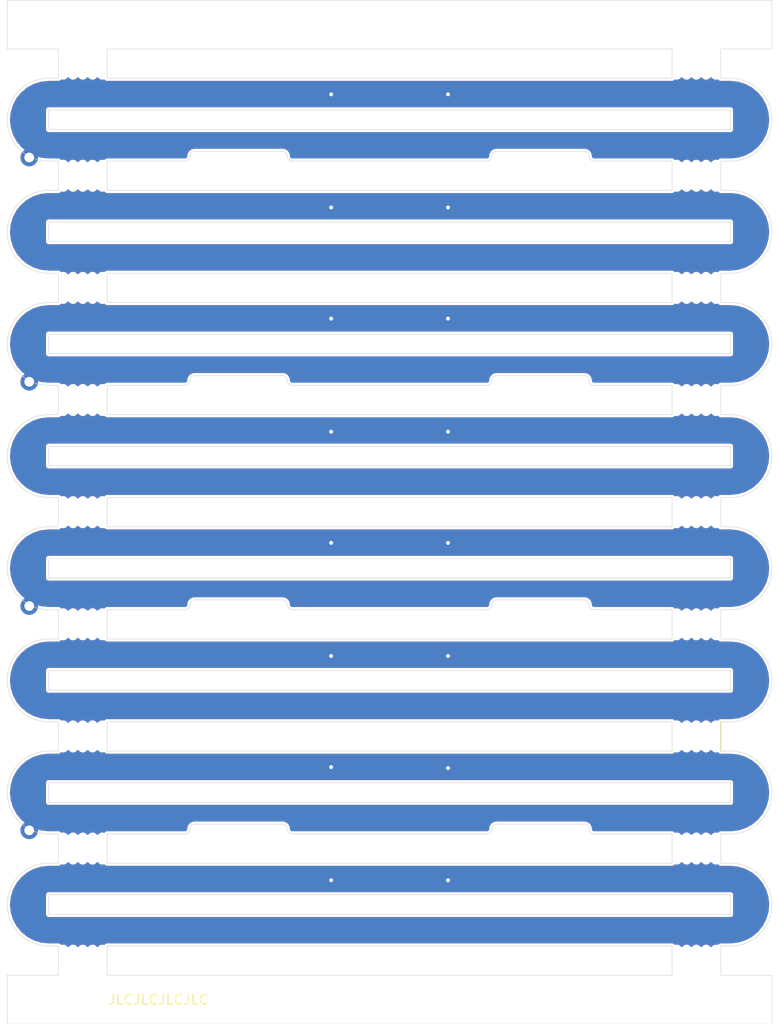
<source format=kicad_pcb>
(kicad_pcb (version 20171130) (host pcbnew "(5.1.10-1-10_14)")
  (layers (0 F.Cu signal) (31 B.Cu signal) (34 B.Paste user) (35 F.Paste user) (36 B.SilkS user) (37 F.SilkS user) (38 B.Mask user) (39 F.Mask user) (44 Edge.Cuts user))
  (net 0 "")
  (net 1 GND)
  (module cycfi_library:mounting_hole_st1.9 (layer F.Cu) (at 57.5 45.5)
    (fp_text reference REF** hide)
    (fp_text value mounting_hole_st1.9)
    (pad "" np_thru_hole circle (at 0 0) (size 2 2) (drill 2) (layers *.Cu *.Mask))
  )
  (module cycfi_library:mounting_hole_st1.9 (layer F.Cu) (at 122.5 45.5)
    (fp_text reference REF** hide)
    (fp_text value mounting_hole_st1.9)
    (pad "" np_thru_hole circle (at 0 0) (size 2 2) (drill 2) (layers *.Cu *.Mask))
  )
  (module cycfi_library:mounting_hole_st1.9 (layer F.Cu) (at 122.5 145.5)
    (fp_text reference REF** hide)
    (fp_text value mounting_hole_st1.9)
    (pad "" np_thru_hole circle (at 0 0) (size 2 2) (drill 2) (layers *.Cu *.Mask))
  )
  (module cycfi_library:mounting_hole_st1.9 (layer F.Cu) (at 57.5 145.5)
    (fp_text reference REF** hide)
    (fp_text value mounting_hole_st1.9)
    (pad "" np_thru_hole circle (at 0 0) (size 2 2) (drill 2) (layers *.Cu *.Mask))
  )
  (module cycfi_library:mouse-bite-3mm-slot-one-side (layer F.Cu) (at 121.5 141.5 180)
    (fp_text reference mouse-bite-3mm-slot hide)
    (fp_text value VAL** hide)
    (pad "" np_thru_hole circle (at 2 1.15 180) (size 0.5 0.5) (drill 0.5) (layers *.Cu *.Mask))
    (pad "" np_thru_hole circle (at -2 1.15 180) (size 0.5 0.5) (drill 0.5) (layers *.Cu *.Mask))
    (pad "" np_thru_hole circle (at 0 1.15 180) (size 0.5 0.5) (drill 0.5) (layers *.Cu *.Mask))
    (pad "" np_thru_hole circle (at -1 1.15 180) (size 0.5 0.5) (drill 0.5) (layers *.Cu *.Mask))
    (pad "" np_thru_hole circle (at 1 1.15 180) (size 0.5 0.5) (drill 0.5) (layers *.Cu *.Mask))
  )
  (module cycfi_library:mouse-bite-3mm-slot-one-side (layer F.Cu) (at 58.5 141.5 180)
    (fp_text reference mouse-bite-3mm-slot hide)
    (fp_text value VAL** hide)
    (pad "" np_thru_hole circle (at 2 1.15 180) (size 0.5 0.5) (drill 0.5) (layers *.Cu *.Mask))
    (pad "" np_thru_hole circle (at -2 1.15 180) (size 0.5 0.5) (drill 0.5) (layers *.Cu *.Mask))
    (pad "" np_thru_hole circle (at 0 1.15 180) (size 0.5 0.5) (drill 0.5) (layers *.Cu *.Mask))
    (pad "" np_thru_hole circle (at -1 1.15 180) (size 0.5 0.5) (drill 0.5) (layers *.Cu *.Mask))
    (pad "" np_thru_hole circle (at 1 1.15 180) (size 0.5 0.5) (drill 0.5) (layers *.Cu *.Mask))
  )
  (module cycfi_library:mouse-bite-3mm-slot-one-side (layer F.Cu) (at 121.5 49.5)
    (fp_text reference mouse-bite-3mm-slot hide)
    (fp_text value VAL** hide)
    (pad "" np_thru_hole circle (at 2 1.15) (size 0.5 0.5) (drill 0.5) (layers *.Cu *.Mask))
    (pad "" np_thru_hole circle (at -2 1.15) (size 0.5 0.5) (drill 0.5) (layers *.Cu *.Mask))
    (pad "" np_thru_hole circle (at 0 1.15) (size 0.5 0.5) (drill 0.5) (layers *.Cu *.Mask))
    (pad "" np_thru_hole circle (at -1 1.15) (size 0.5 0.5) (drill 0.5) (layers *.Cu *.Mask))
    (pad "" np_thru_hole circle (at 1 1.15) (size 0.5 0.5) (drill 0.5) (layers *.Cu *.Mask))
  )
  (module cycfi_library:mouse-bite-3mm-slot-one-side (layer F.Cu) (at 58.5 49.5)
    (fp_text reference mouse-bite-3mm-slot hide)
    (fp_text value VAL** hide)
    (pad "" np_thru_hole circle (at 2 1.15) (size 0.5 0.5) (drill 0.5) (layers *.Cu *.Mask))
    (pad "" np_thru_hole circle (at -2 1.15) (size 0.5 0.5) (drill 0.5) (layers *.Cu *.Mask))
    (pad "" np_thru_hole circle (at 0 1.15) (size 0.5 0.5) (drill 0.5) (layers *.Cu *.Mask))
    (pad "" np_thru_hole circle (at -1 1.15) (size 0.5 0.5) (drill 0.5) (layers *.Cu *.Mask))
    (pad "" np_thru_hole circle (at 1 1.15) (size 0.5 0.5) (drill 0.5) (layers *.Cu *.Mask))
  )
  (module cycfi_library:mouse-bite-3mm-slot (layer F.Cu) (at 121.5 130)
    (fp_text reference mouse-bite-3mm-slot hide)
    (fp_text value VAL** hide)
    (pad "" np_thru_hole circle (at -2 1.15) (size 0.5 0.5) (drill 0.5) (layers *.Cu *.Mask))
    (pad "" np_thru_hole circle (at -2 -1.15) (size 0.5 0.5) (drill 0.5) (layers *.Cu *.Mask))
    (pad "" np_thru_hole circle (at 2 1.15) (size 0.5 0.5) (drill 0.5) (layers *.Cu *.Mask))
    (pad "" np_thru_hole circle (at 2 -1.15) (size 0.5 0.5) (drill 0.5) (layers *.Cu *.Mask))
    (pad "" np_thru_hole circle (at 0 -1.15) (size 0.5 0.5) (drill 0.5) (layers *.Cu *.Mask))
    (pad "" np_thru_hole circle (at 0 1.15) (size 0.5 0.5) (drill 0.5) (layers *.Cu *.Mask))
    (pad "" np_thru_hole circle (at 1 -1.15) (size 0.5 0.5) (drill 0.5) (layers *.Cu *.Mask))
    (pad "" np_thru_hole circle (at -1 -1.15) (size 0.5 0.5) (drill 0.5) (layers *.Cu *.Mask))
    (pad "" np_thru_hole circle (at -1 1.15) (size 0.5 0.5) (drill 0.5) (layers *.Cu *.Mask))
    (pad "" np_thru_hole circle (at 1 1.15) (size 0.5 0.5) (drill 0.5) (layers *.Cu *.Mask))
  )
  (module cycfi_library:mouse-bite-3mm-slot (layer F.Cu) (at 121.5 107)
    (fp_text reference mouse-bite-3mm-slot hide)
    (fp_text value VAL** hide)
    (pad "" np_thru_hole circle (at -2 1.15) (size 0.5 0.5) (drill 0.5) (layers *.Cu *.Mask))
    (pad "" np_thru_hole circle (at -2 -1.15) (size 0.5 0.5) (drill 0.5) (layers *.Cu *.Mask))
    (pad "" np_thru_hole circle (at 2 1.15) (size 0.5 0.5) (drill 0.5) (layers *.Cu *.Mask))
    (pad "" np_thru_hole circle (at 2 -1.15) (size 0.5 0.5) (drill 0.5) (layers *.Cu *.Mask))
    (pad "" np_thru_hole circle (at 0 -1.15) (size 0.5 0.5) (drill 0.5) (layers *.Cu *.Mask))
    (pad "" np_thru_hole circle (at 0 1.15) (size 0.5 0.5) (drill 0.5) (layers *.Cu *.Mask))
    (pad "" np_thru_hole circle (at 1 -1.15) (size 0.5 0.5) (drill 0.5) (layers *.Cu *.Mask))
    (pad "" np_thru_hole circle (at -1 -1.15) (size 0.5 0.5) (drill 0.5) (layers *.Cu *.Mask))
    (pad "" np_thru_hole circle (at -1 1.15) (size 0.5 0.5) (drill 0.5) (layers *.Cu *.Mask))
    (pad "" np_thru_hole circle (at 1 1.15) (size 0.5 0.5) (drill 0.5) (layers *.Cu *.Mask))
  )
  (module cycfi_library:mouse-bite-3mm-slot (layer F.Cu) (at 121.5 84)
    (fp_text reference mouse-bite-3mm-slot hide)
    (fp_text value VAL** hide)
    (pad "" np_thru_hole circle (at -2 1.15) (size 0.5 0.5) (drill 0.5) (layers *.Cu *.Mask))
    (pad "" np_thru_hole circle (at -2 -1.15) (size 0.5 0.5) (drill 0.5) (layers *.Cu *.Mask))
    (pad "" np_thru_hole circle (at 2 1.15) (size 0.5 0.5) (drill 0.5) (layers *.Cu *.Mask))
    (pad "" np_thru_hole circle (at 2 -1.15) (size 0.5 0.5) (drill 0.5) (layers *.Cu *.Mask))
    (pad "" np_thru_hole circle (at 0 -1.15) (size 0.5 0.5) (drill 0.5) (layers *.Cu *.Mask))
    (pad "" np_thru_hole circle (at 0 1.15) (size 0.5 0.5) (drill 0.5) (layers *.Cu *.Mask))
    (pad "" np_thru_hole circle (at 1 -1.15) (size 0.5 0.5) (drill 0.5) (layers *.Cu *.Mask))
    (pad "" np_thru_hole circle (at -1 -1.15) (size 0.5 0.5) (drill 0.5) (layers *.Cu *.Mask))
    (pad "" np_thru_hole circle (at -1 1.15) (size 0.5 0.5) (drill 0.5) (layers *.Cu *.Mask))
    (pad "" np_thru_hole circle (at 1 1.15) (size 0.5 0.5) (drill 0.5) (layers *.Cu *.Mask))
  )
  (module cycfi_library:round-single-pad-1.8mm-th (layer F.Cu) (at 53 128.13)
    (fp_text reference H3 hide)
    (fp_text value single_pad_smd)
    (pad 1 thru_hole circle (at 0 0) (size 1.8 1.8) (drill 1) (layers *.Cu *.Mask) (net 1 GND))
  )
  (module cycfi_library:round-single-pad-1.8mm-th (layer F.Cu) (at 53 105.13)
    (fp_text reference H3 hide)
    (fp_text value single_pad_smd)
    (pad 1 thru_hole circle (at 0 0) (size 1.8 1.8) (drill 1) (layers *.Cu *.Mask) (net 1 GND))
  )
  (module cycfi_library:round-single-pad-1.8mm-th (layer F.Cu) (at 53 82.13)
    (fp_text reference H3 hide)
    (fp_text value single_pad_smd)
    (pad 1 thru_hole circle (at 0 0) (size 1.8 1.8) (drill 1) (layers *.Cu *.Mask) (net 1 GND))
  )
  (module cycfi_library:mouse-bite-3mm-slot (layer F.Cu) (at 58.5 130)
    (fp_text reference mouse-bite-3mm-slot hide)
    (fp_text value VAL** hide)
    (pad "" np_thru_hole circle (at -2 1.15) (size 0.5 0.5) (drill 0.5) (layers *.Cu *.Mask))
    (pad "" np_thru_hole circle (at -2 -1.15) (size 0.5 0.5) (drill 0.5) (layers *.Cu *.Mask))
    (pad "" np_thru_hole circle (at 2 1.15) (size 0.5 0.5) (drill 0.5) (layers *.Cu *.Mask))
    (pad "" np_thru_hole circle (at 2 -1.15) (size 0.5 0.5) (drill 0.5) (layers *.Cu *.Mask))
    (pad "" np_thru_hole circle (at 0 -1.15) (size 0.5 0.5) (drill 0.5) (layers *.Cu *.Mask))
    (pad "" np_thru_hole circle (at 0 1.15) (size 0.5 0.5) (drill 0.5) (layers *.Cu *.Mask))
    (pad "" np_thru_hole circle (at 1 -1.15) (size 0.5 0.5) (drill 0.5) (layers *.Cu *.Mask))
    (pad "" np_thru_hole circle (at -1 -1.15) (size 0.5 0.5) (drill 0.5) (layers *.Cu *.Mask))
    (pad "" np_thru_hole circle (at -1 1.15) (size 0.5 0.5) (drill 0.5) (layers *.Cu *.Mask))
    (pad "" np_thru_hole circle (at 1 1.15) (size 0.5 0.5) (drill 0.5) (layers *.Cu *.Mask))
  )
  (module cycfi_library:mouse-bite-3mm-slot (layer F.Cu) (at 58.5 107)
    (fp_text reference mouse-bite-3mm-slot hide)
    (fp_text value VAL** hide)
    (pad "" np_thru_hole circle (at -2 1.15) (size 0.5 0.5) (drill 0.5) (layers *.Cu *.Mask))
    (pad "" np_thru_hole circle (at -2 -1.15) (size 0.5 0.5) (drill 0.5) (layers *.Cu *.Mask))
    (pad "" np_thru_hole circle (at 2 1.15) (size 0.5 0.5) (drill 0.5) (layers *.Cu *.Mask))
    (pad "" np_thru_hole circle (at 2 -1.15) (size 0.5 0.5) (drill 0.5) (layers *.Cu *.Mask))
    (pad "" np_thru_hole circle (at 0 -1.15) (size 0.5 0.5) (drill 0.5) (layers *.Cu *.Mask))
    (pad "" np_thru_hole circle (at 0 1.15) (size 0.5 0.5) (drill 0.5) (layers *.Cu *.Mask))
    (pad "" np_thru_hole circle (at 1 -1.15) (size 0.5 0.5) (drill 0.5) (layers *.Cu *.Mask))
    (pad "" np_thru_hole circle (at -1 -1.15) (size 0.5 0.5) (drill 0.5) (layers *.Cu *.Mask))
    (pad "" np_thru_hole circle (at -1 1.15) (size 0.5 0.5) (drill 0.5) (layers *.Cu *.Mask))
    (pad "" np_thru_hole circle (at 1 1.15) (size 0.5 0.5) (drill 0.5) (layers *.Cu *.Mask))
  )
  (module cycfi_library:mouse-bite-3mm-slot (layer F.Cu) (at 58.5 84)
    (fp_text reference mouse-bite-3mm-slot hide)
    (fp_text value VAL** hide)
    (pad "" np_thru_hole circle (at -2 1.15) (size 0.5 0.5) (drill 0.5) (layers *.Cu *.Mask))
    (pad "" np_thru_hole circle (at -2 -1.15) (size 0.5 0.5) (drill 0.5) (layers *.Cu *.Mask))
    (pad "" np_thru_hole circle (at 2 1.15) (size 0.5 0.5) (drill 0.5) (layers *.Cu *.Mask))
    (pad "" np_thru_hole circle (at 2 -1.15) (size 0.5 0.5) (drill 0.5) (layers *.Cu *.Mask))
    (pad "" np_thru_hole circle (at 0 -1.15) (size 0.5 0.5) (drill 0.5) (layers *.Cu *.Mask))
    (pad "" np_thru_hole circle (at 0 1.15) (size 0.5 0.5) (drill 0.5) (layers *.Cu *.Mask))
    (pad "" np_thru_hole circle (at 1 -1.15) (size 0.5 0.5) (drill 0.5) (layers *.Cu *.Mask))
    (pad "" np_thru_hole circle (at -1 -1.15) (size 0.5 0.5) (drill 0.5) (layers *.Cu *.Mask))
    (pad "" np_thru_hole circle (at -1 1.15) (size 0.5 0.5) (drill 0.5) (layers *.Cu *.Mask))
    (pad "" np_thru_hole circle (at 1 1.15) (size 0.5 0.5) (drill 0.5) (layers *.Cu *.Mask))
  )
  (module cycfi_library:single-pad-10x2 (layer F.Cu) (at 90 133.15)
    (fp_text reference H3 hide)
    (fp_text value single_pad_smd)
    (pad 1 smd rect (at 0 0) (size 10 2) (layers F.Cu F.Paste F.Mask) (net 1 GND))
  )
  (module cycfi_library:single-pad-10x2 (layer F.Cu) (at 90 110.15)
    (fp_text reference H3 hide)
    (fp_text value single_pad_smd)
    (pad 1 smd rect (at 0 0) (size 10 2) (layers F.Cu F.Paste F.Mask) (net 1 GND))
  )
  (module cycfi_library:single-pad-10x2 (layer F.Cu) (at 90 87.15)
    (fp_text reference H3 hide)
    (fp_text value single_pad_smd)
    (pad 1 smd rect (at 0 0) (size 10 2) (layers F.Cu F.Paste F.Mask) (net 1 GND))
  )
  (module cycfi_library:single-pad-10x2 (layer B.Cu) (at 90 121.65)
    (fp_text reference H4 hide)
    (fp_text value "Core GND")
    (pad 1 smd rect (at 0 0) (size 10 2) (layers B.Cu B.Paste B.Mask) (net 1 GND))
  )
  (module cycfi_library:single-pad-10x2 (layer B.Cu) (at 90 98.65)
    (fp_text reference H4 hide)
    (fp_text value "Core GND")
    (pad 1 smd rect (at 0 0) (size 10 2) (layers B.Cu B.Paste B.Mask) (net 1 GND))
  )
  (module cycfi_library:single-pad-10x2 (layer B.Cu) (at 90 75.65)
    (fp_text reference H4 hide)
    (fp_text value "Core GND")
    (pad 1 smd rect (at 0 0) (size 10 2) (layers B.Cu B.Paste B.Mask) (net 1 GND))
  )
  (module cycfi_library:mouse-bite-3mm-slot (layer F.Cu) (at 121.5 118.5)
    (fp_text reference mouse-bite-3mm-slot hide)
    (fp_text value VAL** hide)
    (pad "" np_thru_hole circle (at -2 1.15) (size 0.5 0.5) (drill 0.5) (layers *.Cu *.Mask))
    (pad "" np_thru_hole circle (at -2 -1.15) (size 0.5 0.5) (drill 0.5) (layers *.Cu *.Mask))
    (pad "" np_thru_hole circle (at 2 1.15) (size 0.5 0.5) (drill 0.5) (layers *.Cu *.Mask))
    (pad "" np_thru_hole circle (at 2 -1.15) (size 0.5 0.5) (drill 0.5) (layers *.Cu *.Mask))
    (pad "" np_thru_hole circle (at 0 -1.15) (size 0.5 0.5) (drill 0.5) (layers *.Cu *.Mask))
    (pad "" np_thru_hole circle (at 0 1.15) (size 0.5 0.5) (drill 0.5) (layers *.Cu *.Mask))
    (pad "" np_thru_hole circle (at 1 -1.15) (size 0.5 0.5) (drill 0.5) (layers *.Cu *.Mask))
    (pad "" np_thru_hole circle (at -1 -1.15) (size 0.5 0.5) (drill 0.5) (layers *.Cu *.Mask))
    (pad "" np_thru_hole circle (at -1 1.15) (size 0.5 0.5) (drill 0.5) (layers *.Cu *.Mask))
    (pad "" np_thru_hole circle (at 1 1.15) (size 0.5 0.5) (drill 0.5) (layers *.Cu *.Mask))
  )
  (module cycfi_library:mouse-bite-3mm-slot (layer F.Cu) (at 121.5 95.5)
    (fp_text reference mouse-bite-3mm-slot hide)
    (fp_text value VAL** hide)
    (pad "" np_thru_hole circle (at -2 1.15) (size 0.5 0.5) (drill 0.5) (layers *.Cu *.Mask))
    (pad "" np_thru_hole circle (at -2 -1.15) (size 0.5 0.5) (drill 0.5) (layers *.Cu *.Mask))
    (pad "" np_thru_hole circle (at 2 1.15) (size 0.5 0.5) (drill 0.5) (layers *.Cu *.Mask))
    (pad "" np_thru_hole circle (at 2 -1.15) (size 0.5 0.5) (drill 0.5) (layers *.Cu *.Mask))
    (pad "" np_thru_hole circle (at 0 -1.15) (size 0.5 0.5) (drill 0.5) (layers *.Cu *.Mask))
    (pad "" np_thru_hole circle (at 0 1.15) (size 0.5 0.5) (drill 0.5) (layers *.Cu *.Mask))
    (pad "" np_thru_hole circle (at 1 -1.15) (size 0.5 0.5) (drill 0.5) (layers *.Cu *.Mask))
    (pad "" np_thru_hole circle (at -1 -1.15) (size 0.5 0.5) (drill 0.5) (layers *.Cu *.Mask))
    (pad "" np_thru_hole circle (at -1 1.15) (size 0.5 0.5) (drill 0.5) (layers *.Cu *.Mask))
    (pad "" np_thru_hole circle (at 1 1.15) (size 0.5 0.5) (drill 0.5) (layers *.Cu *.Mask))
  )
  (module cycfi_library:mouse-bite-3mm-slot (layer F.Cu) (at 58.5 118.5)
    (fp_text reference mouse-bite-3mm-slot hide)
    (fp_text value VAL** hide)
    (pad "" np_thru_hole circle (at -2 1.15) (size 0.5 0.5) (drill 0.5) (layers *.Cu *.Mask))
    (pad "" np_thru_hole circle (at -2 -1.15) (size 0.5 0.5) (drill 0.5) (layers *.Cu *.Mask))
    (pad "" np_thru_hole circle (at 2 1.15) (size 0.5 0.5) (drill 0.5) (layers *.Cu *.Mask))
    (pad "" np_thru_hole circle (at 2 -1.15) (size 0.5 0.5) (drill 0.5) (layers *.Cu *.Mask))
    (pad "" np_thru_hole circle (at 0 -1.15) (size 0.5 0.5) (drill 0.5) (layers *.Cu *.Mask))
    (pad "" np_thru_hole circle (at 0 1.15) (size 0.5 0.5) (drill 0.5) (layers *.Cu *.Mask))
    (pad "" np_thru_hole circle (at 1 -1.15) (size 0.5 0.5) (drill 0.5) (layers *.Cu *.Mask))
    (pad "" np_thru_hole circle (at -1 -1.15) (size 0.5 0.5) (drill 0.5) (layers *.Cu *.Mask))
    (pad "" np_thru_hole circle (at -1 1.15) (size 0.5 0.5) (drill 0.5) (layers *.Cu *.Mask))
    (pad "" np_thru_hole circle (at 1 1.15) (size 0.5 0.5) (drill 0.5) (layers *.Cu *.Mask))
  )
  (module cycfi_library:mouse-bite-3mm-slot (layer F.Cu) (at 58.5 95.5)
    (fp_text reference mouse-bite-3mm-slot hide)
    (fp_text value VAL** hide)
    (pad "" np_thru_hole circle (at -2 1.15) (size 0.5 0.5) (drill 0.5) (layers *.Cu *.Mask))
    (pad "" np_thru_hole circle (at -2 -1.15) (size 0.5 0.5) (drill 0.5) (layers *.Cu *.Mask))
    (pad "" np_thru_hole circle (at 2 1.15) (size 0.5 0.5) (drill 0.5) (layers *.Cu *.Mask))
    (pad "" np_thru_hole circle (at 2 -1.15) (size 0.5 0.5) (drill 0.5) (layers *.Cu *.Mask))
    (pad "" np_thru_hole circle (at 0 -1.15) (size 0.5 0.5) (drill 0.5) (layers *.Cu *.Mask))
    (pad "" np_thru_hole circle (at 0 1.15) (size 0.5 0.5) (drill 0.5) (layers *.Cu *.Mask))
    (pad "" np_thru_hole circle (at 1 -1.15) (size 0.5 0.5) (drill 0.5) (layers *.Cu *.Mask))
    (pad "" np_thru_hole circle (at -1 -1.15) (size 0.5 0.5) (drill 0.5) (layers *.Cu *.Mask))
    (pad "" np_thru_hole circle (at -1 1.15) (size 0.5 0.5) (drill 0.5) (layers *.Cu *.Mask))
    (pad "" np_thru_hole circle (at 1 1.15) (size 0.5 0.5) (drill 0.5) (layers *.Cu *.Mask))
  )
  (module cycfi_library:mouse-bite-3mm-slot (layer F.Cu) (at 58.5 72.5)
    (fp_text reference mouse-bite-3mm-slot hide)
    (fp_text value VAL** hide)
    (pad "" np_thru_hole circle (at -2 1.15) (size 0.5 0.5) (drill 0.5) (layers *.Cu *.Mask))
    (pad "" np_thru_hole circle (at -2 -1.15) (size 0.5 0.5) (drill 0.5) (layers *.Cu *.Mask))
    (pad "" np_thru_hole circle (at 2 1.15) (size 0.5 0.5) (drill 0.5) (layers *.Cu *.Mask))
    (pad "" np_thru_hole circle (at 2 -1.15) (size 0.5 0.5) (drill 0.5) (layers *.Cu *.Mask))
    (pad "" np_thru_hole circle (at 0 -1.15) (size 0.5 0.5) (drill 0.5) (layers *.Cu *.Mask))
    (pad "" np_thru_hole circle (at 0 1.15) (size 0.5 0.5) (drill 0.5) (layers *.Cu *.Mask))
    (pad "" np_thru_hole circle (at 1 -1.15) (size 0.5 0.5) (drill 0.5) (layers *.Cu *.Mask))
    (pad "" np_thru_hole circle (at -1 -1.15) (size 0.5 0.5) (drill 0.5) (layers *.Cu *.Mask))
    (pad "" np_thru_hole circle (at -1 1.15) (size 0.5 0.5) (drill 0.5) (layers *.Cu *.Mask))
    (pad "" np_thru_hole circle (at 1 1.15) (size 0.5 0.5) (drill 0.5) (layers *.Cu *.Mask))
  )
  (module cycfi_library:mouse-bite-3mm-slot (layer F.Cu) (at 121.5 72.5)
    (fp_text reference mouse-bite-3mm-slot hide)
    (fp_text value VAL** hide)
    (pad "" np_thru_hole circle (at -2 1.15) (size 0.5 0.5) (drill 0.5) (layers *.Cu *.Mask))
    (pad "" np_thru_hole circle (at -2 -1.15) (size 0.5 0.5) (drill 0.5) (layers *.Cu *.Mask))
    (pad "" np_thru_hole circle (at 2 1.15) (size 0.5 0.5) (drill 0.5) (layers *.Cu *.Mask))
    (pad "" np_thru_hole circle (at 2 -1.15) (size 0.5 0.5) (drill 0.5) (layers *.Cu *.Mask))
    (pad "" np_thru_hole circle (at 0 -1.15) (size 0.5 0.5) (drill 0.5) (layers *.Cu *.Mask))
    (pad "" np_thru_hole circle (at 0 1.15) (size 0.5 0.5) (drill 0.5) (layers *.Cu *.Mask))
    (pad "" np_thru_hole circle (at 1 -1.15) (size 0.5 0.5) (drill 0.5) (layers *.Cu *.Mask))
    (pad "" np_thru_hole circle (at -1 -1.15) (size 0.5 0.5) (drill 0.5) (layers *.Cu *.Mask))
    (pad "" np_thru_hole circle (at -1 1.15) (size 0.5 0.5) (drill 0.5) (layers *.Cu *.Mask))
    (pad "" np_thru_hole circle (at 1 1.15) (size 0.5 0.5) (drill 0.5) (layers *.Cu *.Mask))
  )
  (module cycfi_library:mouse-bite-3mm-slot (layer F.Cu) (at 121.5 61)
    (fp_text reference mouse-bite-3mm-slot hide)
    (fp_text value VAL** hide)
    (pad "" np_thru_hole circle (at -2 1.15) (size 0.5 0.5) (drill 0.5) (layers *.Cu *.Mask))
    (pad "" np_thru_hole circle (at -2 -1.15) (size 0.5 0.5) (drill 0.5) (layers *.Cu *.Mask))
    (pad "" np_thru_hole circle (at 2 1.15) (size 0.5 0.5) (drill 0.5) (layers *.Cu *.Mask))
    (pad "" np_thru_hole circle (at 2 -1.15) (size 0.5 0.5) (drill 0.5) (layers *.Cu *.Mask))
    (pad "" np_thru_hole circle (at 0 -1.15) (size 0.5 0.5) (drill 0.5) (layers *.Cu *.Mask))
    (pad "" np_thru_hole circle (at 0 1.15) (size 0.5 0.5) (drill 0.5) (layers *.Cu *.Mask))
    (pad "" np_thru_hole circle (at 1 -1.15) (size 0.5 0.5) (drill 0.5) (layers *.Cu *.Mask))
    (pad "" np_thru_hole circle (at -1 -1.15) (size 0.5 0.5) (drill 0.5) (layers *.Cu *.Mask))
    (pad "" np_thru_hole circle (at -1 1.15) (size 0.5 0.5) (drill 0.5) (layers *.Cu *.Mask))
    (pad "" np_thru_hole circle (at 1 1.15) (size 0.5 0.5) (drill 0.5) (layers *.Cu *.Mask))
  )
  (module cycfi_library:mouse-bite-3mm-slot (layer F.Cu) (at 58.5 61)
    (fp_text reference mouse-bite-3mm-slot hide)
    (fp_text value VAL** hide)
    (pad "" np_thru_hole circle (at -2 1.15) (size 0.5 0.5) (drill 0.5) (layers *.Cu *.Mask))
    (pad "" np_thru_hole circle (at -2 -1.15) (size 0.5 0.5) (drill 0.5) (layers *.Cu *.Mask))
    (pad "" np_thru_hole circle (at 2 1.15) (size 0.5 0.5) (drill 0.5) (layers *.Cu *.Mask))
    (pad "" np_thru_hole circle (at 2 -1.15) (size 0.5 0.5) (drill 0.5) (layers *.Cu *.Mask))
    (pad "" np_thru_hole circle (at 0 -1.15) (size 0.5 0.5) (drill 0.5) (layers *.Cu *.Mask))
    (pad "" np_thru_hole circle (at 0 1.15) (size 0.5 0.5) (drill 0.5) (layers *.Cu *.Mask))
    (pad "" np_thru_hole circle (at 1 -1.15) (size 0.5 0.5) (drill 0.5) (layers *.Cu *.Mask))
    (pad "" np_thru_hole circle (at -1 -1.15) (size 0.5 0.5) (drill 0.5) (layers *.Cu *.Mask))
    (pad "" np_thru_hole circle (at -1 1.15) (size 0.5 0.5) (drill 0.5) (layers *.Cu *.Mask))
    (pad "" np_thru_hole circle (at 1 1.15) (size 0.5 0.5) (drill 0.5) (layers *.Cu *.Mask))
  )
  (module cycfi_library:round-single-pad-1.8mm-th (layer F.Cu) (at 53 59.13)
    (fp_text reference H3 hide)
    (fp_text value single_pad_smd)
    (pad 1 thru_hole circle (at 0 0) (size 1.8 1.8) (drill 1) (layers *.Cu *.Mask) (net 1 GND))
  )
  (module cycfi_library:single-pad-10x2 (layer B.Cu) (at 90 52.65)
    (fp_text reference H4 hide)
    (fp_text value "Core GND")
    (pad 1 smd rect (at 0 0) (size 10 2) (layers B.Cu B.Paste B.Mask) (net 1 GND))
  )
  (module cycfi_library:single-pad-10x2 (layer F.Cu) (at 90 64.15)
    (fp_text reference H3 hide)
    (fp_text value single_pad_smd)
    (pad 1 smd rect (at 0 0) (size 10 2) (layers F.Cu F.Paste F.Mask) (net 1 GND))
  )
  (gr_line (start 56 120) (end 56 117) (layer Edge.Cuts) (width 0.05))
  (gr_line (start 61 120) (end 61 117) (layer Edge.Cuts) (width 0.05))
  (gr_line (start 56 97) (end 56 94) (layer Edge.Cuts) (width 0.05))
  (gr_line (start 61 97) (end 61 94) (layer Edge.Cuts) (width 0.05))
  (gr_line (start 56 74) (end 56 71) (layer Edge.Cuts) (width 0.05))
  (gr_line (start 61 74) (end 61 71) (layer Edge.Cuts) (width 0.05))
  (gr_line (start 119 120) (end 119 117) (layer Edge.Cuts) (width 0.05))
  (gr_line (start 124 117) (end 124 120) (layer Edge.Cuts) (width 0.05))
  (gr_line (start 119 97) (end 119 94) (layer Edge.Cuts) (width 0.05))
  (gr_line (start 124 94) (end 124 97) (layer Edge.Cuts) (width 0.05))
  (gr_line (start 119 74) (end 119 71) (layer Edge.Cuts) (width 0.05))
  (gr_line (start 124 71) (end 124 74) (layer Edge.Cuts) (width 0.05))
  (gr_line (start 124 120) (end 124 117) (layer F.SilkS) (width 0.12))
  (gr_line (start 124 117) (end 124 120) (layer F.SilkS) (width 0.12))
  (gr_line (start 124 120) (end 124 117) (layer F.SilkS) (width 0.12))
  (gr_line (start 124 120) (end 124 117) (layer F.SilkS) (width 0.12))
  (gr_line (start 124 120) (end 124 117) (layer F.SilkS) (width 0.12))
  (gr_text JLCJLCJLCJLC (at 66.25 145.5) (layer F.SilkS) (effects (font (size 1 1))))
  (gr_line (start 61 143) (end 61 140) (layer Edge.Cuts) (width 0.05))
  (gr_line (start 119 143) (end 61 143) (layer Edge.Cuts) (width 0.05))
  (gr_line (start 119 140) (end 119 143) (layer Edge.Cuts) (width 0.05))
  (gr_line (start 124 143) (end 124 140) (layer Edge.Cuts) (width 0.05))
  (gr_line (start 129.25 143) (end 124 143) (layer Edge.Cuts) (width 0.05))
  (gr_line (start 129.25 148) (end 129.25 143) (layer Edge.Cuts) (width 0.05))
  (gr_line (start 50.75 148) (end 129.25 148) (layer Edge.Cuts) (width 0.05))
  (gr_line (start 50.75 143) (end 50.75 148) (layer Edge.Cuts) (width 0.05))
  (gr_line (start 56 143) (end 50.75 143) (layer Edge.Cuts) (width 0.05))
  (gr_line (start 56 140) (end 56 143) (layer Edge.Cuts) (width 0.05))
  (gr_line (start 61 48) (end 61 51) (layer Edge.Cuts) (width 0.05))
  (gr_line (start 119 48) (end 61 48) (layer Edge.Cuts) (width 0.05))
  (gr_line (start 119 51) (end 119 48) (layer Edge.Cuts) (width 0.05))
  (gr_line (start 124 48) (end 124 51) (layer Edge.Cuts) (width 0.05))
  (gr_line (start 129.25 48) (end 124 48) (layer Edge.Cuts) (width 0.05))
  (gr_line (start 129.25 43) (end 129.25 48) (layer Edge.Cuts) (width 0.05))
  (gr_line (start 50.75 43) (end 129.25 43) (layer Edge.Cuts) (width 0.05))
  (gr_line (start 50.75 48) (end 50.75 43) (layer Edge.Cuts) (width 0.05))
  (gr_line (start 56 48) (end 50.75 48) (layer Edge.Cuts) (width 0.05))
  (gr_line (start 56 51) (end 56 48) (layer Edge.Cuts) (width 0.05))
  (gr_line (start 56 131.5) (end 56 128.5) (layer Edge.Cuts) (width 0.05))
  (gr_line (start 56 108.5) (end 56 105.5) (layer Edge.Cuts) (width 0.05))
  (gr_line (start 56 85.5) (end 56 82.5) (layer Edge.Cuts) (width 0.05))
  (gr_line (start 61 120) (end 119 120) (layer Edge.Cuts) (width 0.05))
  (gr_line (start 61 97) (end 119 97) (layer Edge.Cuts) (width 0.05))
  (gr_line (start 61 74) (end 119 74) (layer Edge.Cuts) (width 0.05))
  (gr_line (start 119 140) (end 61 140) (layer Edge.Cuts) (width 0.05))
  (gr_line (start 119 117) (end 61 117) (layer Edge.Cuts) (width 0.05))
  (gr_line (start 119 94) (end 61 94) (layer Edge.Cuts) (width 0.05))
  (gr_line (start 56 140) (end 55 140) (layer Edge.Cuts) (width 0.05))
  (gr_line (start 56 117) (end 55 117) (layer Edge.Cuts) (width 0.05))
  (gr_line (start 56 94) (end 55 94) (layer Edge.Cuts) (width 0.05))
  (gr_line (start 125 140) (end 124 140) (layer Edge.Cuts) (width 0.05))
  (gr_line (start 125 117) (end 124 117) (layer Edge.Cuts) (width 0.05))
  (gr_line (start 125 94) (end 124 94) (layer Edge.Cuts) (width 0.05))
  (gr_line (start 55 131.5) (end 56 131.5) (layer Edge.Cuts) (width 0.05))
  (gr_line (start 55 108.5) (end 56 108.5) (layer Edge.Cuts) (width 0.05))
  (gr_line (start 55 85.5) (end 56 85.5) (layer Edge.Cuts) (width 0.05))
  (gr_line (start 55 120) (end 56 120) (layer Edge.Cuts) (width 0.05))
  (gr_line (start 55 97) (end 56 97) (layer Edge.Cuts) (width 0.05))
  (gr_line (start 55 74) (end 56 74) (layer Edge.Cuts) (width 0.05))
  (gr_line (start 61 128.5) (end 61 131.5) (layer Edge.Cuts) (width 0.05))
  (gr_line (start 61 105.5) (end 61 108.5) (layer Edge.Cuts) (width 0.05))
  (gr_line (start 61 82.5) (end 61 85.5) (layer Edge.Cuts) (width 0.05))
  (gr_line (start 124 131.5) (end 125 131.5) (layer Edge.Cuts) (width 0.05))
  (gr_line (start 124 108.5) (end 125 108.5) (layer Edge.Cuts) (width 0.05))
  (gr_line (start 124 85.5) (end 125 85.5) (layer Edge.Cuts) (width 0.05))
  (gr_line (start 101 127.5) (end 110 127.5) (layer Edge.Cuts) (width 0.05))
  (gr_line (start 101 104.5) (end 110 104.5) (layer Edge.Cuts) (width 0.05))
  (gr_line (start 101 81.5) (end 110 81.5) (layer Edge.Cuts) (width 0.05))
  (gr_line (start 70 127.5) (end 79 127.5) (layer Edge.Cuts) (width 0.05))
  (gr_line (start 70 104.5) (end 79 104.5) (layer Edge.Cuts) (width 0.05))
  (gr_line (start 70 81.5) (end 79 81.5) (layer Edge.Cuts) (width 0.05))
  (gr_line (start 125 123.25) (end 125 125.25) (layer Edge.Cuts) (width 0.05))
  (gr_line (start 125 100.25) (end 125 102.25) (layer Edge.Cuts) (width 0.05))
  (gr_line (start 125 77.25) (end 125 79.25) (layer Edge.Cuts) (width 0.05))
  (gr_arc (start 55 124.25) (end 55 120) (angle -180) (layer Edge.Cuts) (width 0.05))
  (gr_arc (start 55 101.25) (end 55 97) (angle -180) (layer Edge.Cuts) (width 0.05))
  (gr_arc (start 55 78.25) (end 55 74) (angle -180) (layer Edge.Cuts) (width 0.05))
  (gr_line (start 55 123.25) (end 125 123.25) (layer Edge.Cuts) (width 0.05))
  (gr_line (start 55 100.25) (end 125 100.25) (layer Edge.Cuts) (width 0.05))
  (gr_line (start 55 77.25) (end 125 77.25) (layer Edge.Cuts) (width 0.05))
  (gr_line (start 55 123.25) (end 55 125.25) (layer Edge.Cuts) (width 0.05))
  (gr_line (start 55 100.25) (end 55 102.25) (layer Edge.Cuts) (width 0.05))
  (gr_line (start 55 77.25) (end 55 79.25) (layer Edge.Cuts) (width 0.05))
  (gr_line (start 55 125.25) (end 125 125.25) (layer Edge.Cuts) (width 0.05))
  (gr_line (start 55 102.25) (end 125 102.25) (layer Edge.Cuts) (width 0.05))
  (gr_line (start 55 79.25) (end 125 79.25) (layer Edge.Cuts) (width 0.05))
  (gr_arc (start 55 135.75) (end 55 131.5) (angle -180) (layer Edge.Cuts) (width 0.05))
  (gr_arc (start 55 112.75) (end 55 108.5) (angle -180) (layer Edge.Cuts) (width 0.05))
  (gr_arc (start 55 89.75) (end 55 85.5) (angle -180) (layer Edge.Cuts) (width 0.05))
  (gr_line (start 55 134.75) (end 125 134.75) (layer Edge.Cuts) (width 0.05))
  (gr_line (start 55 111.75) (end 125 111.75) (layer Edge.Cuts) (width 0.05))
  (gr_line (start 55 88.75) (end 125 88.75) (layer Edge.Cuts) (width 0.05))
  (gr_line (start 55 134.75) (end 55 136.75) (layer Edge.Cuts) (width 0.05))
  (gr_line (start 55 111.75) (end 55 113.75) (layer Edge.Cuts) (width 0.05))
  (gr_line (start 55 88.75) (end 55 90.75) (layer Edge.Cuts) (width 0.05))
  (gr_line (start 55 136.75) (end 125 136.75) (layer Edge.Cuts) (width 0.05))
  (gr_line (start 55 113.75) (end 125 113.75) (layer Edge.Cuts) (width 0.05))
  (gr_line (start 55 90.75) (end 125 90.75) (layer Edge.Cuts) (width 0.05))
  (gr_line (start 125 134.75) (end 125 136.75) (layer Edge.Cuts) (width 0.05))
  (gr_line (start 125 111.75) (end 125 113.75) (layer Edge.Cuts) (width 0.05))
  (gr_line (start 125 88.75) (end 125 90.75) (layer Edge.Cuts) (width 0.05))
  (gr_arc (start 125 135.75) (end 125 140) (angle -180) (layer Edge.Cuts) (width 0.05))
  (gr_arc (start 125 112.75) (end 125 117) (angle -180) (layer Edge.Cuts) (width 0.05))
  (gr_arc (start 125 89.75) (end 125 94) (angle -180) (layer Edge.Cuts) (width 0.05))
  (gr_arc (start 100 128) (end 100 128.5) (angle -90) (layer Edge.Cuts) (width 0.05))
  (gr_arc (start 100 105) (end 100 105.5) (angle -90) (layer Edge.Cuts) (width 0.05))
  (gr_arc (start 100 82) (end 100 82.5) (angle -90) (layer Edge.Cuts) (width 0.05))
  (gr_arc (start 101 128) (end 101 127.5) (angle -90) (layer Edge.Cuts) (width 0.05))
  (gr_arc (start 101 105) (end 101 104.5) (angle -90) (layer Edge.Cuts) (width 0.05))
  (gr_arc (start 101 82) (end 101 81.5) (angle -90) (layer Edge.Cuts) (width 0.05))
  (gr_arc (start 110 128) (end 110.5 128) (angle -90) (layer Edge.Cuts) (width 0.05))
  (gr_arc (start 110 105) (end 110.5 105) (angle -90) (layer Edge.Cuts) (width 0.05))
  (gr_arc (start 110 82) (end 110.5 82) (angle -90) (layer Edge.Cuts) (width 0.05))
  (gr_arc (start 111 128) (end 110.5 128) (angle -90) (layer Edge.Cuts) (width 0.05))
  (gr_arc (start 111 105) (end 110.5 105) (angle -90) (layer Edge.Cuts) (width 0.05))
  (gr_arc (start 111 82) (end 110.5 82) (angle -90) (layer Edge.Cuts) (width 0.05))
  (gr_arc (start 125 124.25) (end 125 128.5) (angle -180) (layer Edge.Cuts) (width 0.05))
  (gr_arc (start 125 101.25) (end 125 105.5) (angle -180) (layer Edge.Cuts) (width 0.05))
  (gr_arc (start 125 78.25) (end 125 82.5) (angle -180) (layer Edge.Cuts) (width 0.05))
  (gr_arc (start 69 128) (end 69 128.5) (angle -90) (layer Edge.Cuts) (width 0.05))
  (gr_arc (start 69 105) (end 69 105.5) (angle -90) (layer Edge.Cuts) (width 0.05))
  (gr_arc (start 69 82) (end 69 82.5) (angle -90) (layer Edge.Cuts) (width 0.05))
  (gr_arc (start 70 128) (end 70 127.5) (angle -90) (layer Edge.Cuts) (width 0.05))
  (gr_arc (start 70 105) (end 70 104.5) (angle -90) (layer Edge.Cuts) (width 0.05))
  (gr_arc (start 70 82) (end 70 81.5) (angle -90) (layer Edge.Cuts) (width 0.05))
  (gr_arc (start 79 128) (end 79.5 128) (angle -90) (layer Edge.Cuts) (width 0.05))
  (gr_arc (start 79 105) (end 79.5 105) (angle -90) (layer Edge.Cuts) (width 0.05))
  (gr_arc (start 79 82) (end 79.5 82) (angle -90) (layer Edge.Cuts) (width 0.05))
  (gr_arc (start 80 128) (end 79.5 128) (angle -90) (layer Edge.Cuts) (width 0.05))
  (gr_arc (start 80 105) (end 79.5 105) (angle -90) (layer Edge.Cuts) (width 0.05))
  (gr_arc (start 80 82) (end 79.5 82) (angle -90) (layer Edge.Cuts) (width 0.05))
  (gr_line (start 80 128.5) (end 100 128.5) (layer Edge.Cuts) (width 0.05))
  (gr_line (start 80 105.5) (end 100 105.5) (layer Edge.Cuts) (width 0.05))
  (gr_line (start 80 82.5) (end 100 82.5) (layer Edge.Cuts) (width 0.05))
  (gr_line (start 125 128.5) (end 124 128.5) (layer Edge.Cuts) (width 0.05))
  (gr_line (start 125 105.5) (end 124 105.5) (layer Edge.Cuts) (width 0.05))
  (gr_line (start 125 82.5) (end 124 82.5) (layer Edge.Cuts) (width 0.05))
  (gr_line (start 119 128.5) (end 111 128.5) (layer Edge.Cuts) (width 0.05))
  (gr_line (start 119 105.5) (end 111 105.5) (layer Edge.Cuts) (width 0.05))
  (gr_line (start 119 82.5) (end 111 82.5) (layer Edge.Cuts) (width 0.05))
  (gr_line (start 125 120) (end 124 120) (layer Edge.Cuts) (width 0.05))
  (gr_line (start 125 97) (end 124 97) (layer Edge.Cuts) (width 0.05))
  (gr_line (start 125 74) (end 124 74) (layer Edge.Cuts) (width 0.05))
  (gr_line (start 119 131.5) (end 119 128.5) (layer Edge.Cuts) (width 0.05))
  (gr_line (start 119 108.5) (end 119 105.5) (layer Edge.Cuts) (width 0.05))
  (gr_line (start 119 85.5) (end 119 82.5) (layer Edge.Cuts) (width 0.05))
  (gr_line (start 124 128.5) (end 124 131.5) (layer Edge.Cuts) (width 0.05))
  (gr_line (start 124 105.5) (end 124 108.5) (layer Edge.Cuts) (width 0.05))
  (gr_line (start 124 82.5) (end 124 85.5) (layer Edge.Cuts) (width 0.05))
  (gr_line (start 69 128.5) (end 61 128.5) (layer Edge.Cuts) (width 0.05))
  (gr_line (start 69 105.5) (end 61 105.5) (layer Edge.Cuts) (width 0.05))
  (gr_line (start 69 82.5) (end 61 82.5) (layer Edge.Cuts) (width 0.05))
  (gr_line (start 61 131.5) (end 119 131.5) (layer Edge.Cuts) (width 0.05))
  (gr_line (start 61 108.5) (end 119 108.5) (layer Edge.Cuts) (width 0.05))
  (gr_line (start 61 85.5) (end 119 85.5) (layer Edge.Cuts) (width 0.05))
  (gr_line (start 56 128.5) (end 55 128.5) (layer Edge.Cuts) (width 0.05))
  (gr_line (start 56 105.5) (end 55 105.5) (layer Edge.Cuts) (width 0.05))
  (gr_line (start 56 82.5) (end 55 82.5) (layer Edge.Cuts) (width 0.05))
  (gr_line (start 125 51) (end 124 51) (layer Edge.Cuts) (width 0.05))
  (gr_line (start 61 51) (end 119 51) (layer Edge.Cuts) (width 0.05))
  (gr_line (start 55 51) (end 56 51) (layer Edge.Cuts) (width 0.05))
  (gr_line (start 56 71) (end 55 71) (layer Edge.Cuts) (width 0.05))
  (gr_line (start 119 71) (end 61 71) (layer Edge.Cuts) (width 0.05))
  (gr_line (start 125 71) (end 124 71) (layer Edge.Cuts) (width 0.05))
  (gr_line (start 124 62.5) (end 125 62.5) (layer Edge.Cuts) (width 0.05))
  (gr_line (start 124 59.5) (end 124 62.5) (layer Edge.Cuts) (width 0.05))
  (gr_line (start 125 59.5) (end 124 59.5) (layer Edge.Cuts) (width 0.05))
  (gr_line (start 119 59.5) (end 111 59.5) (layer Edge.Cuts) (width 0.05))
  (gr_line (start 119 62.5) (end 119 59.5) (layer Edge.Cuts) (width 0.05))
  (gr_line (start 61 62.5) (end 119 62.5) (layer Edge.Cuts) (width 0.05))
  (gr_line (start 61 59.5) (end 61 62.5) (layer Edge.Cuts) (width 0.05))
  (gr_line (start 69 59.5) (end 61 59.5) (layer Edge.Cuts) (width 0.05))
  (gr_line (start 56 59.5) (end 55 59.5) (layer Edge.Cuts) (width 0.05))
  (gr_line (start 56 62.5) (end 56 59.5) (layer Edge.Cuts) (width 0.05))
  (gr_line (start 55 62.5) (end 56 62.5) (layer Edge.Cuts) (width 0.05))
  (gr_line (start 55 56.25) (end 125 56.25) (layer Edge.Cuts) (width 0.05))
  (gr_line (start 55 54.25) (end 55 56.25) (layer Edge.Cuts) (width 0.05))
  (gr_line (start 55 54.25) (end 125 54.25) (layer Edge.Cuts) (width 0.05))
  (gr_arc (start 55 55.25) (end 55 51) (angle -180) (layer Edge.Cuts) (width 0.05))
  (gr_line (start 125 54.25) (end 125 56.25) (layer Edge.Cuts) (width 0.05))
  (gr_line (start 70 58.5) (end 79 58.5) (layer Edge.Cuts) (width 0.05))
  (gr_line (start 101 58.5) (end 110 58.5) (layer Edge.Cuts) (width 0.05))
  (gr_line (start 80 59.5) (end 100 59.5) (layer Edge.Cuts) (width 0.05))
  (gr_arc (start 80 59) (end 79.5 59) (angle -90) (layer Edge.Cuts) (width 0.05))
  (gr_arc (start 79 59) (end 79.5 59) (angle -90) (layer Edge.Cuts) (width 0.05))
  (gr_arc (start 70 59) (end 70 58.5) (angle -90) (layer Edge.Cuts) (width 0.05))
  (gr_arc (start 69 59) (end 69 59.5) (angle -90) (layer Edge.Cuts) (width 0.05))
  (gr_arc (start 125 55.25) (end 125 59.5) (angle -180) (layer Edge.Cuts) (width 0.05))
  (gr_arc (start 111 59) (end 110.5 59) (angle -90) (layer Edge.Cuts) (width 0.05))
  (gr_arc (start 110 59) (end 110.5 59) (angle -90) (layer Edge.Cuts) (width 0.05))
  (gr_arc (start 101 59) (end 101 58.5) (angle -90) (layer Edge.Cuts) (width 0.05))
  (gr_arc (start 100 59) (end 100 59.5) (angle -90) (layer Edge.Cuts) (width 0.05))
  (gr_arc (start 125 66.75) (end 125 71) (angle -180) (layer Edge.Cuts) (width 0.05))
  (gr_line (start 125 65.75) (end 125 67.75) (layer Edge.Cuts) (width 0.05))
  (gr_line (start 55 67.75) (end 125 67.75) (layer Edge.Cuts) (width 0.05))
  (gr_line (start 55 65.75) (end 55 67.75) (layer Edge.Cuts) (width 0.05))
  (gr_line (start 55 65.75) (end 125 65.75) (layer Edge.Cuts) (width 0.05))
  (gr_arc (start 55 66.75) (end 55 62.5) (angle -180) (layer Edge.Cuts) (width 0.05))
  (segment (start 53.347699 58.7823) (end 53.261637 58.741088) (width 0.25) (layer F.Cu) (net 1))
  (segment (start 53.362733 58.767267) (end 53.347699 58.7823) (width 0.25) (layer F.Cu) (net 1))
  (segment (start 53.182276 58.700033) (end 53.154961 58.685903) (width 0.25) (layer F.Cu) (net 1))
  (segment (start 53.182276 54.067724) (end 53.182276 58.700033) (width 0.25) (layer B.Cu) (net 1))
  (segment (start 54.6 52.65) (end 53.182276 54.067724) (width 0.25) (layer B.Cu) (net 1))
  (segment (start 90 52.65) (end 84.1 52.65) (width 0.25) (layer B.Cu) (net 1))
  (via (at 84 64.25) (size 0.8) (drill 0.4) (layers F.Cu B.Cu) (net 1))
  (via (at 96 64.25) (size 0.8) (drill 0.4) (layers F.Cu B.Cu) (net 1))
  (segment (start 53.347699 81.7823) (end 53.261637 81.741088) (width 0.25) (layer F.Cu) (net 1))
  (segment (start 53.347699 104.7823) (end 53.261637 104.741088) (width 0.25) (layer F.Cu) (net 1))
  (segment (start 53.347699 127.7823) (end 53.261637 127.741088) (width 0.25) (layer F.Cu) (net 1))
  (segment (start 53.362733 81.767267) (end 53.347699 81.7823) (width 0.25) (layer F.Cu) (net 1))
  (segment (start 53.362733 104.767267) (end 53.347699 104.7823) (width 0.25) (layer F.Cu) (net 1))
  (segment (start 53.362733 127.767267) (end 53.347699 127.7823) (width 0.25) (layer F.Cu) (net 1))
  (segment (start 53.182276 81.700033) (end 53.154961 81.685903) (width 0.25) (layer F.Cu) (net 1))
  (segment (start 53.182276 104.700033) (end 53.154961 104.685903) (width 0.25) (layer F.Cu) (net 1))
  (segment (start 53.182276 127.700033) (end 53.154961 127.685903) (width 0.25) (layer F.Cu) (net 1))
  (segment (start 53.182276 77.067724) (end 53.182276 81.700033) (width 0.25) (layer B.Cu) (net 1))
  (segment (start 53.182276 100.067724) (end 53.182276 104.700033) (width 0.25) (layer B.Cu) (net 1))
  (segment (start 53.182276 123.067724) (end 53.182276 127.700033) (width 0.25) (layer B.Cu) (net 1))
  (segment (start 54.6 75.65) (end 53.182276 77.067724) (width 0.25) (layer B.Cu) (net 1))
  (segment (start 54.6 98.65) (end 53.182276 100.067724) (width 0.25) (layer B.Cu) (net 1))
  (segment (start 54.6 121.65) (end 53.182276 123.067724) (width 0.25) (layer B.Cu) (net 1))
  (segment (start 90 75.65) (end 84.1 75.65) (width 0.25) (layer B.Cu) (net 1))
  (segment (start 90 98.65) (end 84.1 98.65) (width 0.25) (layer B.Cu) (net 1))
  (segment (start 90 121.65) (end 84.1 121.65) (width 0.25) (layer B.Cu) (net 1))
  (via (at 84 87.25) (size 0.8) (drill 0.4) (layers F.Cu B.Cu) (net 1))
  (via (at 84 110.25) (size 0.8) (drill 0.4) (layers F.Cu B.Cu) (net 1))
  (via (at 84 133.25) (size 0.8) (drill 0.4) (layers F.Cu B.Cu) (net 1))
  (via (at 96 87.25) (size 0.8) (drill 0.4) (layers F.Cu B.Cu) (net 1))
  (via (at 96 110.25) (size 0.8) (drill 0.4) (layers F.Cu B.Cu) (net 1))
  (via (at 96 133.25) (size 0.8) (drill 0.4) (layers F.Cu B.Cu) (net 1))
  (segment (start 84.1 52.65) (end 54.6 52.65) (width 0.25) (layer B.Cu) (net 1))
  (via (at 84 52.65) (size 0.8) (drill 0.4) (layers F.Cu B.Cu) (net 1))
  (via (at 96 52.65) (size 0.8) (drill 0.4) (layers F.Cu B.Cu) (net 1))
  (segment (start 84.1 75.65) (end 54.6 75.65) (width 0.25) (layer B.Cu) (net 1))
  (via (at 84 75.65) (size 0.8) (drill 0.4) (layers F.Cu B.Cu) (net 1))
  (segment (start 84.1 98.65) (end 54.6 98.65) (width 0.25) (layer B.Cu) (net 1))
  (via (at 84 98.65) (size 0.8) (drill 0.4) (layers F.Cu B.Cu) (net 1))
  (segment (start 84.1 121.65) (end 54.6 121.65) (width 0.25) (layer B.Cu) (net 1))
  (via (at 84 121.65) (size 0.8) (drill 0.4) (layers F.Cu B.Cu) (net 1))
  (via (at 96 75.65) (size 0.8) (drill 0.4) (layers F.Cu B.Cu) (net 1))
  (via (at 96 121.75) (size 0.8) (drill 0.4) (layers F.Cu B.Cu) (net 1))
  (via (at 96 98.65) (size 0.8) (drill 0.4) (layers F.Cu B.Cu) (net 1))
  (zone (net 1) (net_name GND) (layer F.Cu) (connect_pads yes (clearance 0.25)) (min_thickness 0.254) (fill yes (arc_segments 32) (thermal_gap 0.508) (thermal_bridge_width 0.508))
    (polygon (pts (xy 130 60.25) (xy 50 60.25) (xy 50 50.25) (xy 130 50.25)))
  )
  (zone (net 1) (net_name GND) (layer B.Cu) (connect_pads yes (clearance 0.25)) (min_thickness 0.254) (fill yes (arc_segments 32) (thermal_gap 0.508) (thermal_bridge_width 0.508))
    (polygon (pts (xy 130 60.25) (xy 50 60.25) (xy 50 50.25) (xy 130 50.25)))
  )
  (zone (net 1) (net_name GND) (layer F.Cu) (connect_pads yes (clearance 0.25)) (min_thickness 0.254) (fill yes (arc_segments 32) (thermal_gap 0.508) (thermal_bridge_width 0.508))
    (polygon (pts (xy 130 71.75) (xy 50 71.75) (xy 50 61.75) (xy 130 61.75)))
  )
  (zone (net 1) (net_name GND) (layer B.Cu) (connect_pads yes (clearance 0.25)) (min_thickness 0.254) (fill yes (arc_segments 32) (thermal_gap 0.508) (thermal_bridge_width 0.508))
    (polygon (pts (xy 130 71.75) (xy 50 71.75) (xy 50 61.75) (xy 130 61.75)))
  )
  (zone (net 1) (net_name GND) (layer F.Cu) (connect_pads yes (clearance 0.25)) (min_thickness 0.254) (fill yes (arc_segments 32) (thermal_gap 0.508) (thermal_bridge_width 0.508))
    (polygon (pts (xy 130 83.25) (xy 50 83.25) (xy 50 73.25) (xy 130 73.25)))
  )
  (zone (net 1) (net_name GND) (layer F.Cu) (connect_pads yes (clearance 0.25)) (min_thickness 0.254) (fill yes (arc_segments 32) (thermal_gap 0.508) (thermal_bridge_width 0.508))
    (polygon (pts (xy 130 106.25) (xy 50 106.25) (xy 50 96.25) (xy 130 96.25)))
  )
  (zone (net 1) (net_name GND) (layer F.Cu) (connect_pads yes (clearance 0.25)) (min_thickness 0.254) (fill yes (arc_segments 32) (thermal_gap 0.508) (thermal_bridge_width 0.508))
    (polygon (pts (xy 130 129.25) (xy 50 129.25) (xy 50 119.25) (xy 130 119.25)))
  )
  (zone (net 1) (net_name GND) (layer B.Cu) (connect_pads yes (clearance 0.25)) (min_thickness 0.254) (fill yes (arc_segments 32) (thermal_gap 0.508) (thermal_bridge_width 0.508))
    (polygon (pts (xy 130 83.25) (xy 50 83.25) (xy 50 73.25) (xy 130 73.25)))
  )
  (zone (net 1) (net_name GND) (layer B.Cu) (connect_pads yes (clearance 0.25)) (min_thickness 0.254) (fill yes (arc_segments 32) (thermal_gap 0.508) (thermal_bridge_width 0.508))
    (polygon (pts (xy 130 106.25) (xy 50 106.25) (xy 50 96.25) (xy 130 96.25)))
  )
  (zone (net 1) (net_name GND) (layer B.Cu) (connect_pads yes (clearance 0.25)) (min_thickness 0.254) (fill yes (arc_segments 32) (thermal_gap 0.508) (thermal_bridge_width 0.508))
    (polygon (pts (xy 130 129.25) (xy 50 129.25) (xy 50 119.25) (xy 130 119.25)))
  )
  (zone (net 1) (net_name GND) (layer F.Cu) (connect_pads yes (clearance 0.25)) (min_thickness 0.254) (fill yes (arc_segments 32) (thermal_gap 0.508) (thermal_bridge_width 0.508))
    (polygon (pts (xy 130 94.75) (xy 50 94.75) (xy 50 84.75) (xy 130 84.75)))
  )
  (zone (net 1) (net_name GND) (layer F.Cu) (connect_pads yes (clearance 0.25)) (min_thickness 0.254) (fill yes (arc_segments 32) (thermal_gap 0.508) (thermal_bridge_width 0.508))
    (polygon (pts (xy 130 117.75) (xy 50 117.75) (xy 50 107.75) (xy 130 107.75)))
  )
  (zone (net 1) (net_name GND) (layer F.Cu) (connect_pads yes (clearance 0.25)) (min_thickness 0.254) (fill yes (arc_segments 32) (thermal_gap 0.508) (thermal_bridge_width 0.508))
    (polygon (pts (xy 130 140.75) (xy 50 140.75) (xy 50 130.75) (xy 130 130.75)))
  )
  (zone (net 1) (net_name GND) (layer B.Cu) (connect_pads yes (clearance 0.25)) (min_thickness 0.254) (fill yes (arc_segments 32) (thermal_gap 0.508) (thermal_bridge_width 0.508))
    (polygon (pts (xy 130 94.75) (xy 50 94.75) (xy 50 84.75) (xy 130 84.75)))
  )
  (zone (net 1) (net_name GND) (layer B.Cu) (connect_pads yes (clearance 0.25)) (min_thickness 0.254) (fill yes (arc_segments 32) (thermal_gap 0.508) (thermal_bridge_width 0.508))
    (polygon (pts (xy 130 117.75) (xy 50 117.75) (xy 50 107.75) (xy 130 107.75)))
  )
  (zone (net 1) (net_name GND) (layer B.Cu) (connect_pads yes (clearance 0.25)) (min_thickness 0.254) (fill yes (arc_segments 32) (thermal_gap 0.508) (thermal_bridge_width 0.508))
    (polygon (pts (xy 130 140.75) (xy 50 140.75) (xy 50 130.75) (xy 130 130.75)))
  )
)
</source>
